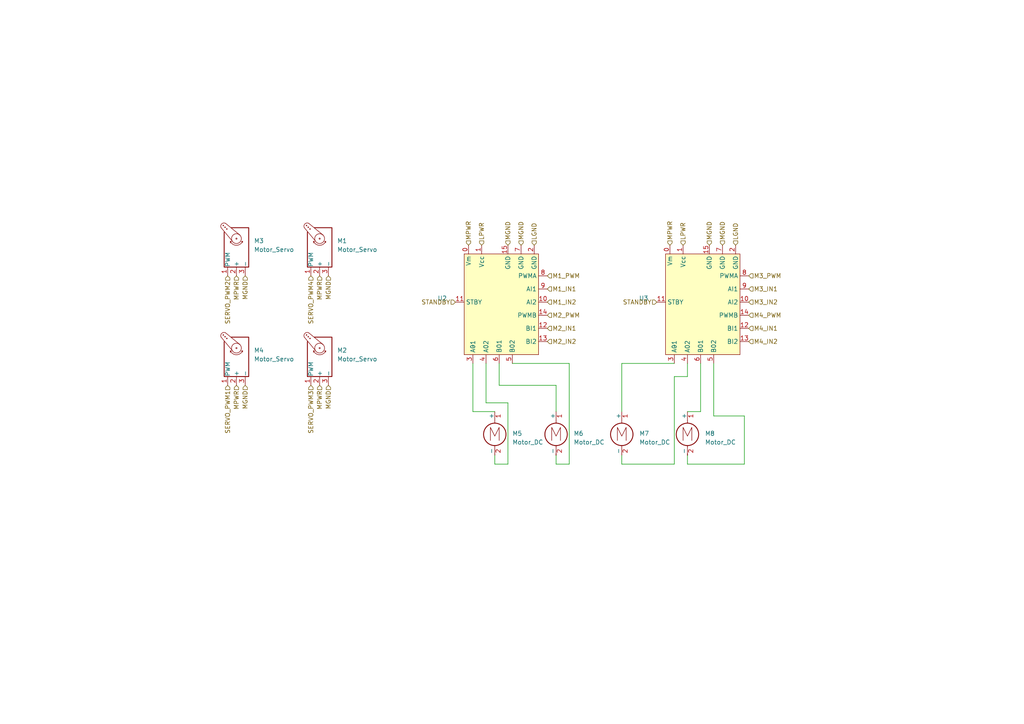
<source format=kicad_sch>
(kicad_sch (version 20230121) (generator eeschema)
  (paper "A4")
  (lib_symbols
    (symbol "Motor:Motor_DC" (pin_names (offset 0))
      (property "Reference" "M" (at 2.54 2.54 0))
      (property "Value" "Motor_DC" (at 2.54 -5.08 0))
      (symbol "Motor_DC_0_0"
        (polyline (pts (xy -1.27 -3.302) (xy -1.27 0.508) (xy 0 -2.032) (xy 1.27 0.508) (xy 1.27 -3.302)))
      )
      (symbol "Motor_DC_0_1"
        (circle (center 0 -1.524) (radius 3.2512) (stroke (width 0.254)))
        (polyline (pts (xy 0 -7.62) (xy 0 -7.112)))
        (polyline (pts (xy 0 -4.7752) (xy 0 -5.1816)))
        (polyline (pts (xy 0 1.7272) (xy 0 2.0828)))
        (polyline (pts (xy 0 2.032) (xy 0 2.54)))
      )
      (symbol "Motor_DC_1_1"
        (pin passive line (at 0 5.08 270) (length 2.54) (name "+") (number "1"))
        (pin passive line (at 0 -7.62 90) (length 2.54) (name "-") (number "2"))
      )
    )
    (symbol "Motor:Motor_Servo" (pin_names (offset 0.0254))
      (property "Reference" "M" (at -5.08 4.445 0))
      (property "Value" "Motor_Servo" (at -5.08 -4.064 0))
      (symbol "Motor_Servo_0_1"
        (polyline (pts (xy 2.413 -1.778) (xy 2.032 -1.778)))
        (polyline (pts (xy 2.413 -1.778) (xy 2.286 -1.397)))
        (polyline (pts (xy 2.413 1.778) (xy 1.905 1.778)))
        (polyline (pts (xy 2.413 1.778) (xy 2.286 1.397)))
        (polyline (pts (xy 6.35 4.445) (xy 2.54 1.27)))
        (polyline (pts (xy 7.62 3.175) (xy 4.191 -1.016)))
        (polyline (pts (xy 5.08 3.556) (xy -5.08 3.556) (xy -5.08 -3.556) (xy 6.35 -3.556) (xy 6.35 1.524)) (stroke (width 0.254)))
        (arc (start 2.413 1.778) (mid 1.2406 0) (end 2.413 -1.778))
        (circle (center 3.175 0) (radius 0.1778))
        (circle (center 3.175 0) (radius 1.4224))
        (circle (center 5.969 2.794) (radius 0.127))
        (circle (center 6.477 3.302) (radius 0.127))
        (circle (center 6.985 3.81) (radius 0.127))
        (arc (start 7.62 3.175) (mid 7.4485 4.2735) (end 6.35 4.445))
      )
      (symbol "Motor_Servo_1_1"
        (pin passive line (at -7.62 2.54 0) (length 2.54) (name "PWM") (number "1"))
        (pin passive line (at -7.62 0 0) (length 2.54) (name "+") (number "2"))
        (pin passive line (at -7.62 -2.54 0) (length 2.54) (name "-") (number "3"))
      )
    )
    (symbol "New_Library:TB6612FNG_Breakout_Board"
      (property "Reference" "U" (at 0 0 0))
      (symbol "TB6612FNG_Breakout_Board_1_1"
        (rectangle (start -13.97 0) (end -13.97 0))
        (rectangle (start -10.16 13.97) (end 11.43 -15.24) (fill (type background)))
        (pin power_in line (at -8.89 16.51 270) (length 2.54) (name "Vm") (number "0"))
        (pin power_in line (at -5.08 16.51 270) (length 2.54) (name "Vcc") (number "1"))
        (pin input line (at 13.97 0 180) (length 2.54) (name "AI2") (number "10"))
        (pin input line (at -12.7 0 0) (length 2.54) (name "STBY") (number "11"))
        (pin input line (at 13.97 -7.62 180) (length 2.54) (name "BI1") (number "12"))
        (pin input line (at 13.97 -11.43 180) (length 2.54) (name "BI2") (number "13"))
        (pin input line (at 13.97 -3.81 180) (length 2.54) (name "PWMB") (number "14"))
        (pin passive line (at 2.54 16.51 270) (length 2.54) (name "GND") (number "15"))
        (pin passive line (at 10.16 16.51 270) (length 2.54) (name "GND") (number "2"))
        (pin output line (at -7.62 -17.78 90) (length 2.54) (name "A01") (number "3"))
        (pin output line (at -3.81 -17.78 90) (length 2.54) (name "A02") (number "4"))
        (pin output line (at 3.81 -17.78 90) (length 2.54) (name "B02") (number "5"))
        (pin output line (at 0 -17.78 90) (length 2.54) (name "B01") (number "6"))
        (pin passive line (at 6.35 16.51 270) (length 2.54) (name "GND") (number "7"))
        (pin input line (at 13.97 7.62 180) (length 2.54) (name "PWMA") (number "8"))
        (pin input line (at 13.97 3.81 180) (length 2.54) (name "AI1") (number "9"))
      )
    )
  )
  (wire (pts (xy 165.1 134.62) (xy 165.1 105.41)))
  (wire (pts (xy 143.51 132.08) (xy 143.51 134.62)))
  (wire (pts (xy 199.39 105.41) (xy 199.39 109.22)))
  (wire (pts (xy 199.39 109.22) (xy 195.58 109.22)))
  (wire (pts (xy 147.32 116.84) (xy 147.32 134.62)))
  (wire (pts (xy 207.01 105.41) (xy 207.01 120.65)))
  (wire (pts (xy 161.29 134.62) (xy 165.1 134.62)))
  (wire (pts (xy 144.78 105.41) (xy 144.78 111.76)))
  (wire (pts (xy 215.9 134.62) (xy 199.39 134.62)))
  (wire (pts (xy 148.59 105.41) (xy 165.1 105.41)))
  (wire (pts (xy 147.32 134.62) (xy 143.51 134.62)))
  (wire (pts (xy 161.29 111.76) (xy 161.29 119.38)))
  (wire (pts (xy 144.78 111.76) (xy 161.29 111.76)))
  (wire (pts (xy 180.34 105.41) (xy 180.34 119.38)))
  (wire (pts (xy 137.16 105.41) (xy 137.16 119.38)))
  (wire (pts (xy 195.58 109.22) (xy 195.58 134.62)))
  (wire (pts (xy 195.58 134.62) (xy 180.34 134.62)))
  (wire (pts (xy 195.58 105.41) (xy 180.34 105.41)))
  (wire (pts (xy 180.34 134.62) (xy 180.34 132.08)))
  (wire (pts (xy 199.39 132.08) (xy 199.39 134.62)))
  (wire (pts (xy 207.01 120.65) (xy 215.9 120.65)))
  (wire (pts (xy 203.2 119.38) (xy 199.39 119.38)))
  (wire (pts (xy 215.9 120.65) (xy 215.9 134.62)))
  (wire (pts (xy 140.97 105.41) (xy 140.97 116.84)))
  (wire (pts (xy 203.2 105.41) (xy 203.2 119.38)))
  (wire (pts (xy 140.97 116.84) (xy 147.32 116.84)))
  (wire (pts (xy 161.29 132.08) (xy 161.29 134.62)))
  (wire (pts (xy 137.16 119.38) (xy 143.51 119.38)))
  (hierarchical_label "MGND" (shape input) (at 95.25 111.76 270))
  (hierarchical_label "MPWR" (shape input) (at 68.58 80.01 270))
  (hierarchical_label "M1_IN1" (shape input) (at 158.75 83.82 0))
  (hierarchical_label "MPWR" (shape input) (at 194.31 71.12 90))
  (hierarchical_label "LPWR" (shape input) (at 198.12 71.12 90))
  (hierarchical_label "MGND" (shape input) (at 151.13 71.12 90))
  (hierarchical_label "LGND" (shape input) (at 154.94 71.12 90))
  (hierarchical_label "M2_IN2" (shape input) (at 158.75 99.06 0))
  (hierarchical_label "STANDBY" (shape input) (at 132.08 87.63 180))
  (hierarchical_label "MGND" (shape input) (at 209.55 71.12 90))
  (hierarchical_label "M4_IN2" (shape input) (at 217.17 99.06 0))
  (hierarchical_label "M3_PWM" (shape input) (at 217.17 80.01 0))
  (hierarchical_label "SERVO_PWM2" (shape input) (at 66.04 80.01 270))
  (hierarchical_label "MGND" (shape input) (at 71.12 111.76 270))
  (hierarchical_label "SERVO_PWM4" (shape input) (at 90.17 80.01 270))
  (hierarchical_label "M1_IN2" (shape input) (at 158.75 87.63 0))
  (hierarchical_label "MGND" (shape input) (at 71.12 80.01 270))
  (hierarchical_label "LPWR" (shape input) (at 139.7 71.12 90))
  (hierarchical_label "MGND" (shape input) (at 205.74 71.12 90))
  (hierarchical_label "MGND" (shape input) (at 147.32 71.12 90))
  (hierarchical_label "M4_IN1" (shape input) (at 217.17 95.25 0))
  (hierarchical_label "STANDBY" (shape input) (at 190.5 87.63 180))
  (hierarchical_label "M3_IN2" (shape input) (at 217.17 87.63 0))
  (hierarchical_label "SERVO_PWM3" (shape input) (at 90.17 111.76 270))
  (hierarchical_label "SERVO_PWM1" (shape input) (at 66.04 111.76 270))
  (hierarchical_label "LGND" (shape input) (at 213.36 71.12 90))
  (hierarchical_label "M3_IN1" (shape input) (at 217.17 83.82 0))
  (hierarchical_label "MPWR" (shape input) (at 135.89 71.12 90))
  (hierarchical_label "MPWR" (shape input) (at 68.58 111.76 270))
  (hierarchical_label "M1_PWM" (shape input) (at 158.75 80.01 0))
  (hierarchical_label "M2_PWM" (shape input) (at 158.75 91.44 0))
  (hierarchical_label "MPWR" (shape input) (at 92.71 111.76 270))
  (hierarchical_label "M2_IN1" (shape input) (at 158.75 95.25 0))
  (hierarchical_label "MPWR" (shape input) (at 92.71 80.01 270))
  (hierarchical_label "M4_PWM" (shape input) (at 217.17 91.44 0))
  (hierarchical_label "MGND" (shape input) (at 95.25 80.01 270))
  (symbol (lib_id "Motor:Motor_Servo") (at 68.58 72.39 90) (unit 1)
    (property "Reference" "M3" (at 73.66 69.8611 90) (effects (justify right)))
    (property "Value" "Motor_Servo" (at 73.66 72.4011 90) (effects (justify right)))
    (property "Datasheet" "http://forums.parallax.com/uploads/attachments/46831/74481.png" (effects hide))
  )
  (symbol (lib_id "Motor:Motor_Servo") (at 92.71 72.39 90) (unit 1)
    (property "Reference" "M1" (at 97.79 69.8611 90) (effects (justify right)))
    (property "Value" "Motor_Servo" (at 97.79 72.4011 90) (effects (justify right)))
    (property "Datasheet" "http://forums.parallax.com/uploads/attachments/46831/74481.png" (effects hide))
  )
  (symbol (lib_id "New_Library:TB6612FNG_Breakout_Board") (at 203.2 87.63 0) (unit 1)
    (property "Reference" "U3" (at 186.69 86.5221 0))
    (property "Value" "~" (at 195.58 100.33 90))
  )
  (symbol (lib_id "New_Library:TB6612FNG_Breakout_Board") (at 144.78 87.63 0) (unit 1)
    (property "Reference" "U2" (at 128.27 86.5221 0))
    (property "Value" "~" (at 137.16 100.33 90))
  )
  (symbol (lib_id "Motor:Motor_Servo") (at 92.71 104.14 90) (unit 1)
    (property "Reference" "M2" (at 97.79 101.6111 90) (effects (justify right)))
    (property "Value" "Motor_Servo" (at 97.79 104.1511 90) (effects (justify right)))
    (property "Datasheet" "http://forums.parallax.com/uploads/attachments/46831/74481.png" (effects hide))
  )
  (symbol (lib_id "Motor:Motor_Servo") (at 68.58 104.14 90) (unit 1)
    (property "Reference" "M4" (at 73.66 101.6111 90) (effects (justify right)))
    (property "Value" "Motor_Servo" (at 73.66 104.1511 90) (effects (justify right)))
    (property "Datasheet" "http://forums.parallax.com/uploads/attachments/46831/74481.png" (effects hide))
  )
  (symbol (lib_id "Motor:Motor_DC") (at 161.29 124.46 0) (unit 1)
    (property "Reference" "M6" (at 166.37 125.73 0) (effects (justify left)))
    (property "Value" "Motor_DC" (at 166.37 128.27 0) (effects (justify left)))
  )
  (symbol (lib_id "Motor:Motor_DC") (at 199.39 124.46 0) (unit 1)
    (property "Reference" "M8" (at 204.47 125.73 0) (effects (justify left)))
    (property "Value" "Motor_DC" (at 204.47 128.27 0) (effects (justify left)))
  )
  (symbol (lib_id "Motor:Motor_DC") (at 180.34 124.46 0) (unit 1)
    (property "Reference" "M7" (at 185.42 125.73 0) (effects (justify left)))
    (property "Value" "Motor_DC" (at 185.42 128.27 0) (effects (justify left)))
  )
  (symbol (lib_id "Motor:Motor_DC") (at 143.51 124.46 0) (unit 1)
    (property "Reference" "M5" (at 148.59 125.73 0) (effects (justify left)))
    (property "Value" "Motor_DC" (at 148.59 128.27 0) (effects (justify left)))
  )
)
</source>
